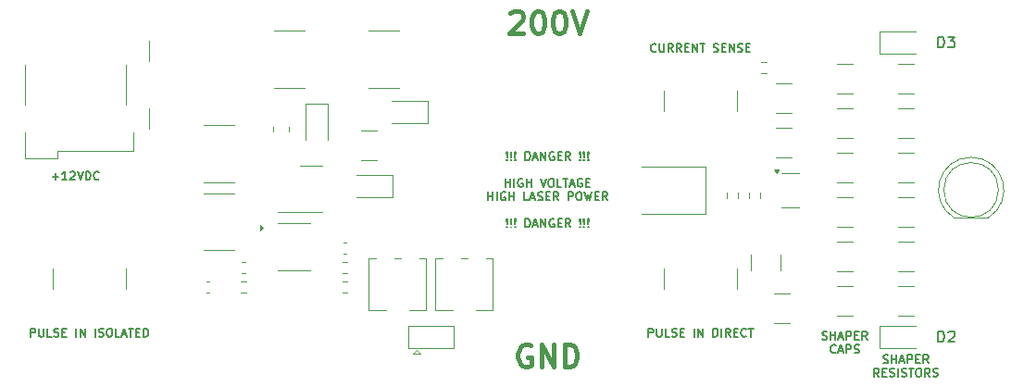
<source format=gbr>
%TF.GenerationSoftware,KiCad,Pcbnew,9.0.4*%
%TF.CreationDate,2025-09-18T09:53:14-07:00*%
%TF.ProjectId,bigpulse,62696770-756c-4736-952e-6b696361645f,rev?*%
%TF.SameCoordinates,Original*%
%TF.FileFunction,Legend,Top*%
%TF.FilePolarity,Positive*%
%FSLAX46Y46*%
G04 Gerber Fmt 4.6, Leading zero omitted, Abs format (unit mm)*
G04 Created by KiCad (PCBNEW 9.0.4) date 2025-09-18 09:53:14*
%MOMM*%
%LPD*%
G01*
G04 APERTURE LIST*
%ADD10C,0.190500*%
%ADD11C,0.406400*%
%ADD12C,0.150000*%
%ADD13C,0.120000*%
G04 APERTURE END LIST*
D10*
X143219714Y-115023609D02*
X143219714Y-114261609D01*
X143219714Y-114261609D02*
X143510000Y-114261609D01*
X143510000Y-114261609D02*
X143582571Y-114297895D01*
X143582571Y-114297895D02*
X143618857Y-114334181D01*
X143618857Y-114334181D02*
X143655143Y-114406752D01*
X143655143Y-114406752D02*
X143655143Y-114515609D01*
X143655143Y-114515609D02*
X143618857Y-114588181D01*
X143618857Y-114588181D02*
X143582571Y-114624466D01*
X143582571Y-114624466D02*
X143510000Y-114660752D01*
X143510000Y-114660752D02*
X143219714Y-114660752D01*
X143981714Y-114261609D02*
X143981714Y-114878466D01*
X143981714Y-114878466D02*
X144018000Y-114951038D01*
X144018000Y-114951038D02*
X144054286Y-114987324D01*
X144054286Y-114987324D02*
X144126857Y-115023609D01*
X144126857Y-115023609D02*
X144272000Y-115023609D01*
X144272000Y-115023609D02*
X144344571Y-114987324D01*
X144344571Y-114987324D02*
X144380857Y-114951038D01*
X144380857Y-114951038D02*
X144417143Y-114878466D01*
X144417143Y-114878466D02*
X144417143Y-114261609D01*
X145142857Y-115023609D02*
X144780000Y-115023609D01*
X144780000Y-115023609D02*
X144780000Y-114261609D01*
X145360571Y-114987324D02*
X145469429Y-115023609D01*
X145469429Y-115023609D02*
X145650857Y-115023609D01*
X145650857Y-115023609D02*
X145723429Y-114987324D01*
X145723429Y-114987324D02*
X145759714Y-114951038D01*
X145759714Y-114951038D02*
X145796000Y-114878466D01*
X145796000Y-114878466D02*
X145796000Y-114805895D01*
X145796000Y-114805895D02*
X145759714Y-114733324D01*
X145759714Y-114733324D02*
X145723429Y-114697038D01*
X145723429Y-114697038D02*
X145650857Y-114660752D01*
X145650857Y-114660752D02*
X145505714Y-114624466D01*
X145505714Y-114624466D02*
X145433143Y-114588181D01*
X145433143Y-114588181D02*
X145396857Y-114551895D01*
X145396857Y-114551895D02*
X145360571Y-114479324D01*
X145360571Y-114479324D02*
X145360571Y-114406752D01*
X145360571Y-114406752D02*
X145396857Y-114334181D01*
X145396857Y-114334181D02*
X145433143Y-114297895D01*
X145433143Y-114297895D02*
X145505714Y-114261609D01*
X145505714Y-114261609D02*
X145687143Y-114261609D01*
X145687143Y-114261609D02*
X145796000Y-114297895D01*
X146122571Y-114624466D02*
X146376571Y-114624466D01*
X146485428Y-115023609D02*
X146122571Y-115023609D01*
X146122571Y-115023609D02*
X146122571Y-114261609D01*
X146122571Y-114261609D02*
X146485428Y-114261609D01*
X147392571Y-115023609D02*
X147392571Y-114261609D01*
X147755428Y-115023609D02*
X147755428Y-114261609D01*
X147755428Y-114261609D02*
X148190857Y-115023609D01*
X148190857Y-115023609D02*
X148190857Y-114261609D01*
X149134285Y-115023609D02*
X149134285Y-114261609D01*
X149460856Y-114987324D02*
X149569714Y-115023609D01*
X149569714Y-115023609D02*
X149751142Y-115023609D01*
X149751142Y-115023609D02*
X149823714Y-114987324D01*
X149823714Y-114987324D02*
X149859999Y-114951038D01*
X149859999Y-114951038D02*
X149896285Y-114878466D01*
X149896285Y-114878466D02*
X149896285Y-114805895D01*
X149896285Y-114805895D02*
X149859999Y-114733324D01*
X149859999Y-114733324D02*
X149823714Y-114697038D01*
X149823714Y-114697038D02*
X149751142Y-114660752D01*
X149751142Y-114660752D02*
X149605999Y-114624466D01*
X149605999Y-114624466D02*
X149533428Y-114588181D01*
X149533428Y-114588181D02*
X149497142Y-114551895D01*
X149497142Y-114551895D02*
X149460856Y-114479324D01*
X149460856Y-114479324D02*
X149460856Y-114406752D01*
X149460856Y-114406752D02*
X149497142Y-114334181D01*
X149497142Y-114334181D02*
X149533428Y-114297895D01*
X149533428Y-114297895D02*
X149605999Y-114261609D01*
X149605999Y-114261609D02*
X149787428Y-114261609D01*
X149787428Y-114261609D02*
X149896285Y-114297895D01*
X150367999Y-114261609D02*
X150513142Y-114261609D01*
X150513142Y-114261609D02*
X150585713Y-114297895D01*
X150585713Y-114297895D02*
X150658285Y-114370466D01*
X150658285Y-114370466D02*
X150694570Y-114515609D01*
X150694570Y-114515609D02*
X150694570Y-114769609D01*
X150694570Y-114769609D02*
X150658285Y-114914752D01*
X150658285Y-114914752D02*
X150585713Y-114987324D01*
X150585713Y-114987324D02*
X150513142Y-115023609D01*
X150513142Y-115023609D02*
X150367999Y-115023609D01*
X150367999Y-115023609D02*
X150295428Y-114987324D01*
X150295428Y-114987324D02*
X150222856Y-114914752D01*
X150222856Y-114914752D02*
X150186570Y-114769609D01*
X150186570Y-114769609D02*
X150186570Y-114515609D01*
X150186570Y-114515609D02*
X150222856Y-114370466D01*
X150222856Y-114370466D02*
X150295428Y-114297895D01*
X150295428Y-114297895D02*
X150367999Y-114261609D01*
X151383999Y-115023609D02*
X151021142Y-115023609D01*
X151021142Y-115023609D02*
X151021142Y-114261609D01*
X151601713Y-114805895D02*
X151964571Y-114805895D01*
X151529142Y-115023609D02*
X151783142Y-114261609D01*
X151783142Y-114261609D02*
X152037142Y-115023609D01*
X152182285Y-114261609D02*
X152617714Y-114261609D01*
X152399999Y-115023609D02*
X152399999Y-114261609D01*
X152871713Y-114624466D02*
X153125713Y-114624466D01*
X153234570Y-115023609D02*
X152871713Y-115023609D01*
X152871713Y-115023609D02*
X152871713Y-114261609D01*
X152871713Y-114261609D02*
X153234570Y-114261609D01*
X153561142Y-115023609D02*
X153561142Y-114261609D01*
X153561142Y-114261609D02*
X153742571Y-114261609D01*
X153742571Y-114261609D02*
X153851428Y-114297895D01*
X153851428Y-114297895D02*
X153923999Y-114370466D01*
X153923999Y-114370466D02*
X153960285Y-114443038D01*
X153960285Y-114443038D02*
X153996571Y-114588181D01*
X153996571Y-114588181D02*
X153996571Y-114697038D01*
X153996571Y-114697038D02*
X153960285Y-114842181D01*
X153960285Y-114842181D02*
X153923999Y-114914752D01*
X153923999Y-114914752D02*
X153851428Y-114987324D01*
X153851428Y-114987324D02*
X153742571Y-115023609D01*
X153742571Y-115023609D02*
X153561142Y-115023609D01*
X186798857Y-98803096D02*
X186835143Y-98839382D01*
X186835143Y-98839382D02*
X186798857Y-98875667D01*
X186798857Y-98875667D02*
X186762571Y-98839382D01*
X186762571Y-98839382D02*
X186798857Y-98803096D01*
X186798857Y-98803096D02*
X186798857Y-98875667D01*
X186798857Y-98585382D02*
X186762571Y-98149953D01*
X186762571Y-98149953D02*
X186798857Y-98113667D01*
X186798857Y-98113667D02*
X186835143Y-98149953D01*
X186835143Y-98149953D02*
X186798857Y-98585382D01*
X186798857Y-98585382D02*
X186798857Y-98113667D01*
X187161714Y-98803096D02*
X187198000Y-98839382D01*
X187198000Y-98839382D02*
X187161714Y-98875667D01*
X187161714Y-98875667D02*
X187125428Y-98839382D01*
X187125428Y-98839382D02*
X187161714Y-98803096D01*
X187161714Y-98803096D02*
X187161714Y-98875667D01*
X187161714Y-98585382D02*
X187125428Y-98149953D01*
X187125428Y-98149953D02*
X187161714Y-98113667D01*
X187161714Y-98113667D02*
X187198000Y-98149953D01*
X187198000Y-98149953D02*
X187161714Y-98585382D01*
X187161714Y-98585382D02*
X187161714Y-98113667D01*
X187524571Y-98803096D02*
X187560857Y-98839382D01*
X187560857Y-98839382D02*
X187524571Y-98875667D01*
X187524571Y-98875667D02*
X187488285Y-98839382D01*
X187488285Y-98839382D02*
X187524571Y-98803096D01*
X187524571Y-98803096D02*
X187524571Y-98875667D01*
X187524571Y-98585382D02*
X187488285Y-98149953D01*
X187488285Y-98149953D02*
X187524571Y-98113667D01*
X187524571Y-98113667D02*
X187560857Y-98149953D01*
X187560857Y-98149953D02*
X187524571Y-98585382D01*
X187524571Y-98585382D02*
X187524571Y-98113667D01*
X188467999Y-98875667D02*
X188467999Y-98113667D01*
X188467999Y-98113667D02*
X188649428Y-98113667D01*
X188649428Y-98113667D02*
X188758285Y-98149953D01*
X188758285Y-98149953D02*
X188830856Y-98222524D01*
X188830856Y-98222524D02*
X188867142Y-98295096D01*
X188867142Y-98295096D02*
X188903428Y-98440239D01*
X188903428Y-98440239D02*
X188903428Y-98549096D01*
X188903428Y-98549096D02*
X188867142Y-98694239D01*
X188867142Y-98694239D02*
X188830856Y-98766810D01*
X188830856Y-98766810D02*
X188758285Y-98839382D01*
X188758285Y-98839382D02*
X188649428Y-98875667D01*
X188649428Y-98875667D02*
X188467999Y-98875667D01*
X189193713Y-98657953D02*
X189556571Y-98657953D01*
X189121142Y-98875667D02*
X189375142Y-98113667D01*
X189375142Y-98113667D02*
X189629142Y-98875667D01*
X189883142Y-98875667D02*
X189883142Y-98113667D01*
X189883142Y-98113667D02*
X190318571Y-98875667D01*
X190318571Y-98875667D02*
X190318571Y-98113667D01*
X191080571Y-98149953D02*
X191008000Y-98113667D01*
X191008000Y-98113667D02*
X190899142Y-98113667D01*
X190899142Y-98113667D02*
X190790285Y-98149953D01*
X190790285Y-98149953D02*
X190717714Y-98222524D01*
X190717714Y-98222524D02*
X190681428Y-98295096D01*
X190681428Y-98295096D02*
X190645142Y-98440239D01*
X190645142Y-98440239D02*
X190645142Y-98549096D01*
X190645142Y-98549096D02*
X190681428Y-98694239D01*
X190681428Y-98694239D02*
X190717714Y-98766810D01*
X190717714Y-98766810D02*
X190790285Y-98839382D01*
X190790285Y-98839382D02*
X190899142Y-98875667D01*
X190899142Y-98875667D02*
X190971714Y-98875667D01*
X190971714Y-98875667D02*
X191080571Y-98839382D01*
X191080571Y-98839382D02*
X191116857Y-98803096D01*
X191116857Y-98803096D02*
X191116857Y-98549096D01*
X191116857Y-98549096D02*
X190971714Y-98549096D01*
X191443428Y-98476524D02*
X191697428Y-98476524D01*
X191806285Y-98875667D02*
X191443428Y-98875667D01*
X191443428Y-98875667D02*
X191443428Y-98113667D01*
X191443428Y-98113667D02*
X191806285Y-98113667D01*
X192568286Y-98875667D02*
X192314286Y-98512810D01*
X192132857Y-98875667D02*
X192132857Y-98113667D01*
X192132857Y-98113667D02*
X192423143Y-98113667D01*
X192423143Y-98113667D02*
X192495714Y-98149953D01*
X192495714Y-98149953D02*
X192532000Y-98186239D01*
X192532000Y-98186239D02*
X192568286Y-98258810D01*
X192568286Y-98258810D02*
X192568286Y-98367667D01*
X192568286Y-98367667D02*
X192532000Y-98440239D01*
X192532000Y-98440239D02*
X192495714Y-98476524D01*
X192495714Y-98476524D02*
X192423143Y-98512810D01*
X192423143Y-98512810D02*
X192132857Y-98512810D01*
X193475428Y-98803096D02*
X193511714Y-98839382D01*
X193511714Y-98839382D02*
X193475428Y-98875667D01*
X193475428Y-98875667D02*
X193439142Y-98839382D01*
X193439142Y-98839382D02*
X193475428Y-98803096D01*
X193475428Y-98803096D02*
X193475428Y-98875667D01*
X193475428Y-98585382D02*
X193439142Y-98149953D01*
X193439142Y-98149953D02*
X193475428Y-98113667D01*
X193475428Y-98113667D02*
X193511714Y-98149953D01*
X193511714Y-98149953D02*
X193475428Y-98585382D01*
X193475428Y-98585382D02*
X193475428Y-98113667D01*
X193838285Y-98803096D02*
X193874571Y-98839382D01*
X193874571Y-98839382D02*
X193838285Y-98875667D01*
X193838285Y-98875667D02*
X193801999Y-98839382D01*
X193801999Y-98839382D02*
X193838285Y-98803096D01*
X193838285Y-98803096D02*
X193838285Y-98875667D01*
X193838285Y-98585382D02*
X193801999Y-98149953D01*
X193801999Y-98149953D02*
X193838285Y-98113667D01*
X193838285Y-98113667D02*
X193874571Y-98149953D01*
X193874571Y-98149953D02*
X193838285Y-98585382D01*
X193838285Y-98585382D02*
X193838285Y-98113667D01*
X194201142Y-98803096D02*
X194237428Y-98839382D01*
X194237428Y-98839382D02*
X194201142Y-98875667D01*
X194201142Y-98875667D02*
X194164856Y-98839382D01*
X194164856Y-98839382D02*
X194201142Y-98803096D01*
X194201142Y-98803096D02*
X194201142Y-98875667D01*
X194201142Y-98585382D02*
X194164856Y-98149953D01*
X194164856Y-98149953D02*
X194201142Y-98113667D01*
X194201142Y-98113667D02*
X194237428Y-98149953D01*
X194237428Y-98149953D02*
X194201142Y-98585382D01*
X194201142Y-98585382D02*
X194201142Y-98113667D01*
X186653714Y-101329221D02*
X186653714Y-100567221D01*
X186653714Y-100930078D02*
X187089143Y-100930078D01*
X187089143Y-101329221D02*
X187089143Y-100567221D01*
X187452000Y-101329221D02*
X187452000Y-100567221D01*
X188214000Y-100603507D02*
X188141429Y-100567221D01*
X188141429Y-100567221D02*
X188032571Y-100567221D01*
X188032571Y-100567221D02*
X187923714Y-100603507D01*
X187923714Y-100603507D02*
X187851143Y-100676078D01*
X187851143Y-100676078D02*
X187814857Y-100748650D01*
X187814857Y-100748650D02*
X187778571Y-100893793D01*
X187778571Y-100893793D02*
X187778571Y-101002650D01*
X187778571Y-101002650D02*
X187814857Y-101147793D01*
X187814857Y-101147793D02*
X187851143Y-101220364D01*
X187851143Y-101220364D02*
X187923714Y-101292936D01*
X187923714Y-101292936D02*
X188032571Y-101329221D01*
X188032571Y-101329221D02*
X188105143Y-101329221D01*
X188105143Y-101329221D02*
X188214000Y-101292936D01*
X188214000Y-101292936D02*
X188250286Y-101256650D01*
X188250286Y-101256650D02*
X188250286Y-101002650D01*
X188250286Y-101002650D02*
X188105143Y-101002650D01*
X188576857Y-101329221D02*
X188576857Y-100567221D01*
X188576857Y-100930078D02*
X189012286Y-100930078D01*
X189012286Y-101329221D02*
X189012286Y-100567221D01*
X189846857Y-100567221D02*
X190100857Y-101329221D01*
X190100857Y-101329221D02*
X190354857Y-100567221D01*
X190754000Y-100567221D02*
X190899143Y-100567221D01*
X190899143Y-100567221D02*
X190971714Y-100603507D01*
X190971714Y-100603507D02*
X191044286Y-100676078D01*
X191044286Y-100676078D02*
X191080571Y-100821221D01*
X191080571Y-100821221D02*
X191080571Y-101075221D01*
X191080571Y-101075221D02*
X191044286Y-101220364D01*
X191044286Y-101220364D02*
X190971714Y-101292936D01*
X190971714Y-101292936D02*
X190899143Y-101329221D01*
X190899143Y-101329221D02*
X190754000Y-101329221D01*
X190754000Y-101329221D02*
X190681429Y-101292936D01*
X190681429Y-101292936D02*
X190608857Y-101220364D01*
X190608857Y-101220364D02*
X190572571Y-101075221D01*
X190572571Y-101075221D02*
X190572571Y-100821221D01*
X190572571Y-100821221D02*
X190608857Y-100676078D01*
X190608857Y-100676078D02*
X190681429Y-100603507D01*
X190681429Y-100603507D02*
X190754000Y-100567221D01*
X191770000Y-101329221D02*
X191407143Y-101329221D01*
X191407143Y-101329221D02*
X191407143Y-100567221D01*
X191915143Y-100567221D02*
X192350572Y-100567221D01*
X192132857Y-101329221D02*
X192132857Y-100567221D01*
X192568285Y-101111507D02*
X192931143Y-101111507D01*
X192495714Y-101329221D02*
X192749714Y-100567221D01*
X192749714Y-100567221D02*
X193003714Y-101329221D01*
X193656857Y-100603507D02*
X193584286Y-100567221D01*
X193584286Y-100567221D02*
X193475428Y-100567221D01*
X193475428Y-100567221D02*
X193366571Y-100603507D01*
X193366571Y-100603507D02*
X193294000Y-100676078D01*
X193294000Y-100676078D02*
X193257714Y-100748650D01*
X193257714Y-100748650D02*
X193221428Y-100893793D01*
X193221428Y-100893793D02*
X193221428Y-101002650D01*
X193221428Y-101002650D02*
X193257714Y-101147793D01*
X193257714Y-101147793D02*
X193294000Y-101220364D01*
X193294000Y-101220364D02*
X193366571Y-101292936D01*
X193366571Y-101292936D02*
X193475428Y-101329221D01*
X193475428Y-101329221D02*
X193548000Y-101329221D01*
X193548000Y-101329221D02*
X193656857Y-101292936D01*
X193656857Y-101292936D02*
X193693143Y-101256650D01*
X193693143Y-101256650D02*
X193693143Y-101002650D01*
X193693143Y-101002650D02*
X193548000Y-101002650D01*
X194019714Y-100930078D02*
X194273714Y-100930078D01*
X194382571Y-101329221D02*
X194019714Y-101329221D01*
X194019714Y-101329221D02*
X194019714Y-100567221D01*
X194019714Y-100567221D02*
X194382571Y-100567221D01*
X185075285Y-102555998D02*
X185075285Y-101793998D01*
X185075285Y-102156855D02*
X185510714Y-102156855D01*
X185510714Y-102555998D02*
X185510714Y-101793998D01*
X185873571Y-102555998D02*
X185873571Y-101793998D01*
X186635571Y-101830284D02*
X186563000Y-101793998D01*
X186563000Y-101793998D02*
X186454142Y-101793998D01*
X186454142Y-101793998D02*
X186345285Y-101830284D01*
X186345285Y-101830284D02*
X186272714Y-101902855D01*
X186272714Y-101902855D02*
X186236428Y-101975427D01*
X186236428Y-101975427D02*
X186200142Y-102120570D01*
X186200142Y-102120570D02*
X186200142Y-102229427D01*
X186200142Y-102229427D02*
X186236428Y-102374570D01*
X186236428Y-102374570D02*
X186272714Y-102447141D01*
X186272714Y-102447141D02*
X186345285Y-102519713D01*
X186345285Y-102519713D02*
X186454142Y-102555998D01*
X186454142Y-102555998D02*
X186526714Y-102555998D01*
X186526714Y-102555998D02*
X186635571Y-102519713D01*
X186635571Y-102519713D02*
X186671857Y-102483427D01*
X186671857Y-102483427D02*
X186671857Y-102229427D01*
X186671857Y-102229427D02*
X186526714Y-102229427D01*
X186998428Y-102555998D02*
X186998428Y-101793998D01*
X186998428Y-102156855D02*
X187433857Y-102156855D01*
X187433857Y-102555998D02*
X187433857Y-101793998D01*
X188740142Y-102555998D02*
X188377285Y-102555998D01*
X188377285Y-102555998D02*
X188377285Y-101793998D01*
X188957856Y-102338284D02*
X189320714Y-102338284D01*
X188885285Y-102555998D02*
X189139285Y-101793998D01*
X189139285Y-101793998D02*
X189393285Y-102555998D01*
X189610999Y-102519713D02*
X189719857Y-102555998D01*
X189719857Y-102555998D02*
X189901285Y-102555998D01*
X189901285Y-102555998D02*
X189973857Y-102519713D01*
X189973857Y-102519713D02*
X190010142Y-102483427D01*
X190010142Y-102483427D02*
X190046428Y-102410855D01*
X190046428Y-102410855D02*
X190046428Y-102338284D01*
X190046428Y-102338284D02*
X190010142Y-102265713D01*
X190010142Y-102265713D02*
X189973857Y-102229427D01*
X189973857Y-102229427D02*
X189901285Y-102193141D01*
X189901285Y-102193141D02*
X189756142Y-102156855D01*
X189756142Y-102156855D02*
X189683571Y-102120570D01*
X189683571Y-102120570D02*
X189647285Y-102084284D01*
X189647285Y-102084284D02*
X189610999Y-102011713D01*
X189610999Y-102011713D02*
X189610999Y-101939141D01*
X189610999Y-101939141D02*
X189647285Y-101866570D01*
X189647285Y-101866570D02*
X189683571Y-101830284D01*
X189683571Y-101830284D02*
X189756142Y-101793998D01*
X189756142Y-101793998D02*
X189937571Y-101793998D01*
X189937571Y-101793998D02*
X190046428Y-101830284D01*
X190372999Y-102156855D02*
X190626999Y-102156855D01*
X190735856Y-102555998D02*
X190372999Y-102555998D01*
X190372999Y-102555998D02*
X190372999Y-101793998D01*
X190372999Y-101793998D02*
X190735856Y-101793998D01*
X191497857Y-102555998D02*
X191243857Y-102193141D01*
X191062428Y-102555998D02*
X191062428Y-101793998D01*
X191062428Y-101793998D02*
X191352714Y-101793998D01*
X191352714Y-101793998D02*
X191425285Y-101830284D01*
X191425285Y-101830284D02*
X191461571Y-101866570D01*
X191461571Y-101866570D02*
X191497857Y-101939141D01*
X191497857Y-101939141D02*
X191497857Y-102047998D01*
X191497857Y-102047998D02*
X191461571Y-102120570D01*
X191461571Y-102120570D02*
X191425285Y-102156855D01*
X191425285Y-102156855D02*
X191352714Y-102193141D01*
X191352714Y-102193141D02*
X191062428Y-102193141D01*
X192404999Y-102555998D02*
X192404999Y-101793998D01*
X192404999Y-101793998D02*
X192695285Y-101793998D01*
X192695285Y-101793998D02*
X192767856Y-101830284D01*
X192767856Y-101830284D02*
X192804142Y-101866570D01*
X192804142Y-101866570D02*
X192840428Y-101939141D01*
X192840428Y-101939141D02*
X192840428Y-102047998D01*
X192840428Y-102047998D02*
X192804142Y-102120570D01*
X192804142Y-102120570D02*
X192767856Y-102156855D01*
X192767856Y-102156855D02*
X192695285Y-102193141D01*
X192695285Y-102193141D02*
X192404999Y-102193141D01*
X193312142Y-101793998D02*
X193457285Y-101793998D01*
X193457285Y-101793998D02*
X193529856Y-101830284D01*
X193529856Y-101830284D02*
X193602428Y-101902855D01*
X193602428Y-101902855D02*
X193638713Y-102047998D01*
X193638713Y-102047998D02*
X193638713Y-102301998D01*
X193638713Y-102301998D02*
X193602428Y-102447141D01*
X193602428Y-102447141D02*
X193529856Y-102519713D01*
X193529856Y-102519713D02*
X193457285Y-102555998D01*
X193457285Y-102555998D02*
X193312142Y-102555998D01*
X193312142Y-102555998D02*
X193239571Y-102519713D01*
X193239571Y-102519713D02*
X193166999Y-102447141D01*
X193166999Y-102447141D02*
X193130713Y-102301998D01*
X193130713Y-102301998D02*
X193130713Y-102047998D01*
X193130713Y-102047998D02*
X193166999Y-101902855D01*
X193166999Y-101902855D02*
X193239571Y-101830284D01*
X193239571Y-101830284D02*
X193312142Y-101793998D01*
X193892714Y-101793998D02*
X194074142Y-102555998D01*
X194074142Y-102555998D02*
X194219285Y-102011713D01*
X194219285Y-102011713D02*
X194364428Y-102555998D01*
X194364428Y-102555998D02*
X194545857Y-101793998D01*
X194836142Y-102156855D02*
X195090142Y-102156855D01*
X195198999Y-102555998D02*
X194836142Y-102555998D01*
X194836142Y-102555998D02*
X194836142Y-101793998D01*
X194836142Y-101793998D02*
X195198999Y-101793998D01*
X195961000Y-102555998D02*
X195707000Y-102193141D01*
X195525571Y-102555998D02*
X195525571Y-101793998D01*
X195525571Y-101793998D02*
X195815857Y-101793998D01*
X195815857Y-101793998D02*
X195888428Y-101830284D01*
X195888428Y-101830284D02*
X195924714Y-101866570D01*
X195924714Y-101866570D02*
X195961000Y-101939141D01*
X195961000Y-101939141D02*
X195961000Y-102047998D01*
X195961000Y-102047998D02*
X195924714Y-102120570D01*
X195924714Y-102120570D02*
X195888428Y-102156855D01*
X195888428Y-102156855D02*
X195815857Y-102193141D01*
X195815857Y-102193141D02*
X195525571Y-102193141D01*
X186798857Y-104936981D02*
X186835143Y-104973267D01*
X186835143Y-104973267D02*
X186798857Y-105009552D01*
X186798857Y-105009552D02*
X186762571Y-104973267D01*
X186762571Y-104973267D02*
X186798857Y-104936981D01*
X186798857Y-104936981D02*
X186798857Y-105009552D01*
X186798857Y-104719267D02*
X186762571Y-104283838D01*
X186762571Y-104283838D02*
X186798857Y-104247552D01*
X186798857Y-104247552D02*
X186835143Y-104283838D01*
X186835143Y-104283838D02*
X186798857Y-104719267D01*
X186798857Y-104719267D02*
X186798857Y-104247552D01*
X187161714Y-104936981D02*
X187198000Y-104973267D01*
X187198000Y-104973267D02*
X187161714Y-105009552D01*
X187161714Y-105009552D02*
X187125428Y-104973267D01*
X187125428Y-104973267D02*
X187161714Y-104936981D01*
X187161714Y-104936981D02*
X187161714Y-105009552D01*
X187161714Y-104719267D02*
X187125428Y-104283838D01*
X187125428Y-104283838D02*
X187161714Y-104247552D01*
X187161714Y-104247552D02*
X187198000Y-104283838D01*
X187198000Y-104283838D02*
X187161714Y-104719267D01*
X187161714Y-104719267D02*
X187161714Y-104247552D01*
X187524571Y-104936981D02*
X187560857Y-104973267D01*
X187560857Y-104973267D02*
X187524571Y-105009552D01*
X187524571Y-105009552D02*
X187488285Y-104973267D01*
X187488285Y-104973267D02*
X187524571Y-104936981D01*
X187524571Y-104936981D02*
X187524571Y-105009552D01*
X187524571Y-104719267D02*
X187488285Y-104283838D01*
X187488285Y-104283838D02*
X187524571Y-104247552D01*
X187524571Y-104247552D02*
X187560857Y-104283838D01*
X187560857Y-104283838D02*
X187524571Y-104719267D01*
X187524571Y-104719267D02*
X187524571Y-104247552D01*
X188467999Y-105009552D02*
X188467999Y-104247552D01*
X188467999Y-104247552D02*
X188649428Y-104247552D01*
X188649428Y-104247552D02*
X188758285Y-104283838D01*
X188758285Y-104283838D02*
X188830856Y-104356409D01*
X188830856Y-104356409D02*
X188867142Y-104428981D01*
X188867142Y-104428981D02*
X188903428Y-104574124D01*
X188903428Y-104574124D02*
X188903428Y-104682981D01*
X188903428Y-104682981D02*
X188867142Y-104828124D01*
X188867142Y-104828124D02*
X188830856Y-104900695D01*
X188830856Y-104900695D02*
X188758285Y-104973267D01*
X188758285Y-104973267D02*
X188649428Y-105009552D01*
X188649428Y-105009552D02*
X188467999Y-105009552D01*
X189193713Y-104791838D02*
X189556571Y-104791838D01*
X189121142Y-105009552D02*
X189375142Y-104247552D01*
X189375142Y-104247552D02*
X189629142Y-105009552D01*
X189883142Y-105009552D02*
X189883142Y-104247552D01*
X189883142Y-104247552D02*
X190318571Y-105009552D01*
X190318571Y-105009552D02*
X190318571Y-104247552D01*
X191080571Y-104283838D02*
X191008000Y-104247552D01*
X191008000Y-104247552D02*
X190899142Y-104247552D01*
X190899142Y-104247552D02*
X190790285Y-104283838D01*
X190790285Y-104283838D02*
X190717714Y-104356409D01*
X190717714Y-104356409D02*
X190681428Y-104428981D01*
X190681428Y-104428981D02*
X190645142Y-104574124D01*
X190645142Y-104574124D02*
X190645142Y-104682981D01*
X190645142Y-104682981D02*
X190681428Y-104828124D01*
X190681428Y-104828124D02*
X190717714Y-104900695D01*
X190717714Y-104900695D02*
X190790285Y-104973267D01*
X190790285Y-104973267D02*
X190899142Y-105009552D01*
X190899142Y-105009552D02*
X190971714Y-105009552D01*
X190971714Y-105009552D02*
X191080571Y-104973267D01*
X191080571Y-104973267D02*
X191116857Y-104936981D01*
X191116857Y-104936981D02*
X191116857Y-104682981D01*
X191116857Y-104682981D02*
X190971714Y-104682981D01*
X191443428Y-104610409D02*
X191697428Y-104610409D01*
X191806285Y-105009552D02*
X191443428Y-105009552D01*
X191443428Y-105009552D02*
X191443428Y-104247552D01*
X191443428Y-104247552D02*
X191806285Y-104247552D01*
X192568286Y-105009552D02*
X192314286Y-104646695D01*
X192132857Y-105009552D02*
X192132857Y-104247552D01*
X192132857Y-104247552D02*
X192423143Y-104247552D01*
X192423143Y-104247552D02*
X192495714Y-104283838D01*
X192495714Y-104283838D02*
X192532000Y-104320124D01*
X192532000Y-104320124D02*
X192568286Y-104392695D01*
X192568286Y-104392695D02*
X192568286Y-104501552D01*
X192568286Y-104501552D02*
X192532000Y-104574124D01*
X192532000Y-104574124D02*
X192495714Y-104610409D01*
X192495714Y-104610409D02*
X192423143Y-104646695D01*
X192423143Y-104646695D02*
X192132857Y-104646695D01*
X193475428Y-104936981D02*
X193511714Y-104973267D01*
X193511714Y-104973267D02*
X193475428Y-105009552D01*
X193475428Y-105009552D02*
X193439142Y-104973267D01*
X193439142Y-104973267D02*
X193475428Y-104936981D01*
X193475428Y-104936981D02*
X193475428Y-105009552D01*
X193475428Y-104719267D02*
X193439142Y-104283838D01*
X193439142Y-104283838D02*
X193475428Y-104247552D01*
X193475428Y-104247552D02*
X193511714Y-104283838D01*
X193511714Y-104283838D02*
X193475428Y-104719267D01*
X193475428Y-104719267D02*
X193475428Y-104247552D01*
X193838285Y-104936981D02*
X193874571Y-104973267D01*
X193874571Y-104973267D02*
X193838285Y-105009552D01*
X193838285Y-105009552D02*
X193801999Y-104973267D01*
X193801999Y-104973267D02*
X193838285Y-104936981D01*
X193838285Y-104936981D02*
X193838285Y-105009552D01*
X193838285Y-104719267D02*
X193801999Y-104283838D01*
X193801999Y-104283838D02*
X193838285Y-104247552D01*
X193838285Y-104247552D02*
X193874571Y-104283838D01*
X193874571Y-104283838D02*
X193838285Y-104719267D01*
X193838285Y-104719267D02*
X193838285Y-104247552D01*
X194201142Y-104936981D02*
X194237428Y-104973267D01*
X194237428Y-104973267D02*
X194201142Y-105009552D01*
X194201142Y-105009552D02*
X194164856Y-104973267D01*
X194164856Y-104973267D02*
X194201142Y-104936981D01*
X194201142Y-104936981D02*
X194201142Y-105009552D01*
X194201142Y-104719267D02*
X194164856Y-104283838D01*
X194164856Y-104283838D02*
X194201142Y-104247552D01*
X194201142Y-104247552D02*
X194237428Y-104283838D01*
X194237428Y-104283838D02*
X194201142Y-104719267D01*
X194201142Y-104719267D02*
X194201142Y-104247552D01*
X199734714Y-115023609D02*
X199734714Y-114261609D01*
X199734714Y-114261609D02*
X200025000Y-114261609D01*
X200025000Y-114261609D02*
X200097571Y-114297895D01*
X200097571Y-114297895D02*
X200133857Y-114334181D01*
X200133857Y-114334181D02*
X200170143Y-114406752D01*
X200170143Y-114406752D02*
X200170143Y-114515609D01*
X200170143Y-114515609D02*
X200133857Y-114588181D01*
X200133857Y-114588181D02*
X200097571Y-114624466D01*
X200097571Y-114624466D02*
X200025000Y-114660752D01*
X200025000Y-114660752D02*
X199734714Y-114660752D01*
X200496714Y-114261609D02*
X200496714Y-114878466D01*
X200496714Y-114878466D02*
X200533000Y-114951038D01*
X200533000Y-114951038D02*
X200569286Y-114987324D01*
X200569286Y-114987324D02*
X200641857Y-115023609D01*
X200641857Y-115023609D02*
X200787000Y-115023609D01*
X200787000Y-115023609D02*
X200859571Y-114987324D01*
X200859571Y-114987324D02*
X200895857Y-114951038D01*
X200895857Y-114951038D02*
X200932143Y-114878466D01*
X200932143Y-114878466D02*
X200932143Y-114261609D01*
X201657857Y-115023609D02*
X201295000Y-115023609D01*
X201295000Y-115023609D02*
X201295000Y-114261609D01*
X201875571Y-114987324D02*
X201984429Y-115023609D01*
X201984429Y-115023609D02*
X202165857Y-115023609D01*
X202165857Y-115023609D02*
X202238429Y-114987324D01*
X202238429Y-114987324D02*
X202274714Y-114951038D01*
X202274714Y-114951038D02*
X202311000Y-114878466D01*
X202311000Y-114878466D02*
X202311000Y-114805895D01*
X202311000Y-114805895D02*
X202274714Y-114733324D01*
X202274714Y-114733324D02*
X202238429Y-114697038D01*
X202238429Y-114697038D02*
X202165857Y-114660752D01*
X202165857Y-114660752D02*
X202020714Y-114624466D01*
X202020714Y-114624466D02*
X201948143Y-114588181D01*
X201948143Y-114588181D02*
X201911857Y-114551895D01*
X201911857Y-114551895D02*
X201875571Y-114479324D01*
X201875571Y-114479324D02*
X201875571Y-114406752D01*
X201875571Y-114406752D02*
X201911857Y-114334181D01*
X201911857Y-114334181D02*
X201948143Y-114297895D01*
X201948143Y-114297895D02*
X202020714Y-114261609D01*
X202020714Y-114261609D02*
X202202143Y-114261609D01*
X202202143Y-114261609D02*
X202311000Y-114297895D01*
X202637571Y-114624466D02*
X202891571Y-114624466D01*
X203000428Y-115023609D02*
X202637571Y-115023609D01*
X202637571Y-115023609D02*
X202637571Y-114261609D01*
X202637571Y-114261609D02*
X203000428Y-114261609D01*
X203907571Y-115023609D02*
X203907571Y-114261609D01*
X204270428Y-115023609D02*
X204270428Y-114261609D01*
X204270428Y-114261609D02*
X204705857Y-115023609D01*
X204705857Y-115023609D02*
X204705857Y-114261609D01*
X205649285Y-115023609D02*
X205649285Y-114261609D01*
X205649285Y-114261609D02*
X205830714Y-114261609D01*
X205830714Y-114261609D02*
X205939571Y-114297895D01*
X205939571Y-114297895D02*
X206012142Y-114370466D01*
X206012142Y-114370466D02*
X206048428Y-114443038D01*
X206048428Y-114443038D02*
X206084714Y-114588181D01*
X206084714Y-114588181D02*
X206084714Y-114697038D01*
X206084714Y-114697038D02*
X206048428Y-114842181D01*
X206048428Y-114842181D02*
X206012142Y-114914752D01*
X206012142Y-114914752D02*
X205939571Y-114987324D01*
X205939571Y-114987324D02*
X205830714Y-115023609D01*
X205830714Y-115023609D02*
X205649285Y-115023609D01*
X206411285Y-115023609D02*
X206411285Y-114261609D01*
X207209571Y-115023609D02*
X206955571Y-114660752D01*
X206774142Y-115023609D02*
X206774142Y-114261609D01*
X206774142Y-114261609D02*
X207064428Y-114261609D01*
X207064428Y-114261609D02*
X207136999Y-114297895D01*
X207136999Y-114297895D02*
X207173285Y-114334181D01*
X207173285Y-114334181D02*
X207209571Y-114406752D01*
X207209571Y-114406752D02*
X207209571Y-114515609D01*
X207209571Y-114515609D02*
X207173285Y-114588181D01*
X207173285Y-114588181D02*
X207136999Y-114624466D01*
X207136999Y-114624466D02*
X207064428Y-114660752D01*
X207064428Y-114660752D02*
X206774142Y-114660752D01*
X207536142Y-114624466D02*
X207790142Y-114624466D01*
X207898999Y-115023609D02*
X207536142Y-115023609D01*
X207536142Y-115023609D02*
X207536142Y-114261609D01*
X207536142Y-114261609D02*
X207898999Y-114261609D01*
X208661000Y-114951038D02*
X208624714Y-114987324D01*
X208624714Y-114987324D02*
X208515857Y-115023609D01*
X208515857Y-115023609D02*
X208443285Y-115023609D01*
X208443285Y-115023609D02*
X208334428Y-114987324D01*
X208334428Y-114987324D02*
X208261857Y-114914752D01*
X208261857Y-114914752D02*
X208225571Y-114842181D01*
X208225571Y-114842181D02*
X208189285Y-114697038D01*
X208189285Y-114697038D02*
X208189285Y-114588181D01*
X208189285Y-114588181D02*
X208225571Y-114443038D01*
X208225571Y-114443038D02*
X208261857Y-114370466D01*
X208261857Y-114370466D02*
X208334428Y-114297895D01*
X208334428Y-114297895D02*
X208443285Y-114261609D01*
X208443285Y-114261609D02*
X208515857Y-114261609D01*
X208515857Y-114261609D02*
X208624714Y-114297895D01*
X208624714Y-114297895D02*
X208661000Y-114334181D01*
X208878714Y-114261609D02*
X209314143Y-114261609D01*
X209096428Y-115023609D02*
X209096428Y-114261609D01*
X215627856Y-115262936D02*
X215736714Y-115299221D01*
X215736714Y-115299221D02*
X215918142Y-115299221D01*
X215918142Y-115299221D02*
X215990714Y-115262936D01*
X215990714Y-115262936D02*
X216026999Y-115226650D01*
X216026999Y-115226650D02*
X216063285Y-115154078D01*
X216063285Y-115154078D02*
X216063285Y-115081507D01*
X216063285Y-115081507D02*
X216026999Y-115008936D01*
X216026999Y-115008936D02*
X215990714Y-114972650D01*
X215990714Y-114972650D02*
X215918142Y-114936364D01*
X215918142Y-114936364D02*
X215772999Y-114900078D01*
X215772999Y-114900078D02*
X215700428Y-114863793D01*
X215700428Y-114863793D02*
X215664142Y-114827507D01*
X215664142Y-114827507D02*
X215627856Y-114754936D01*
X215627856Y-114754936D02*
X215627856Y-114682364D01*
X215627856Y-114682364D02*
X215664142Y-114609793D01*
X215664142Y-114609793D02*
X215700428Y-114573507D01*
X215700428Y-114573507D02*
X215772999Y-114537221D01*
X215772999Y-114537221D02*
X215954428Y-114537221D01*
X215954428Y-114537221D02*
X216063285Y-114573507D01*
X216389856Y-115299221D02*
X216389856Y-114537221D01*
X216389856Y-114900078D02*
X216825285Y-114900078D01*
X216825285Y-115299221D02*
X216825285Y-114537221D01*
X217151856Y-115081507D02*
X217514714Y-115081507D01*
X217079285Y-115299221D02*
X217333285Y-114537221D01*
X217333285Y-114537221D02*
X217587285Y-115299221D01*
X217841285Y-115299221D02*
X217841285Y-114537221D01*
X217841285Y-114537221D02*
X218131571Y-114537221D01*
X218131571Y-114537221D02*
X218204142Y-114573507D01*
X218204142Y-114573507D02*
X218240428Y-114609793D01*
X218240428Y-114609793D02*
X218276714Y-114682364D01*
X218276714Y-114682364D02*
X218276714Y-114791221D01*
X218276714Y-114791221D02*
X218240428Y-114863793D01*
X218240428Y-114863793D02*
X218204142Y-114900078D01*
X218204142Y-114900078D02*
X218131571Y-114936364D01*
X218131571Y-114936364D02*
X217841285Y-114936364D01*
X218603285Y-114900078D02*
X218857285Y-114900078D01*
X218966142Y-115299221D02*
X218603285Y-115299221D01*
X218603285Y-115299221D02*
X218603285Y-114537221D01*
X218603285Y-114537221D02*
X218966142Y-114537221D01*
X219728143Y-115299221D02*
X219474143Y-114936364D01*
X219292714Y-115299221D02*
X219292714Y-114537221D01*
X219292714Y-114537221D02*
X219583000Y-114537221D01*
X219583000Y-114537221D02*
X219655571Y-114573507D01*
X219655571Y-114573507D02*
X219691857Y-114609793D01*
X219691857Y-114609793D02*
X219728143Y-114682364D01*
X219728143Y-114682364D02*
X219728143Y-114791221D01*
X219728143Y-114791221D02*
X219691857Y-114863793D01*
X219691857Y-114863793D02*
X219655571Y-114900078D01*
X219655571Y-114900078D02*
X219583000Y-114936364D01*
X219583000Y-114936364D02*
X219292714Y-114936364D01*
X216843429Y-116453427D02*
X216807143Y-116489713D01*
X216807143Y-116489713D02*
X216698286Y-116525998D01*
X216698286Y-116525998D02*
X216625714Y-116525998D01*
X216625714Y-116525998D02*
X216516857Y-116489713D01*
X216516857Y-116489713D02*
X216444286Y-116417141D01*
X216444286Y-116417141D02*
X216408000Y-116344570D01*
X216408000Y-116344570D02*
X216371714Y-116199427D01*
X216371714Y-116199427D02*
X216371714Y-116090570D01*
X216371714Y-116090570D02*
X216408000Y-115945427D01*
X216408000Y-115945427D02*
X216444286Y-115872855D01*
X216444286Y-115872855D02*
X216516857Y-115800284D01*
X216516857Y-115800284D02*
X216625714Y-115763998D01*
X216625714Y-115763998D02*
X216698286Y-115763998D01*
X216698286Y-115763998D02*
X216807143Y-115800284D01*
X216807143Y-115800284D02*
X216843429Y-115836570D01*
X217133714Y-116308284D02*
X217496572Y-116308284D01*
X217061143Y-116525998D02*
X217315143Y-115763998D01*
X217315143Y-115763998D02*
X217569143Y-116525998D01*
X217823143Y-116525998D02*
X217823143Y-115763998D01*
X217823143Y-115763998D02*
X218113429Y-115763998D01*
X218113429Y-115763998D02*
X218186000Y-115800284D01*
X218186000Y-115800284D02*
X218222286Y-115836570D01*
X218222286Y-115836570D02*
X218258572Y-115909141D01*
X218258572Y-115909141D02*
X218258572Y-116017998D01*
X218258572Y-116017998D02*
X218222286Y-116090570D01*
X218222286Y-116090570D02*
X218186000Y-116126855D01*
X218186000Y-116126855D02*
X218113429Y-116163141D01*
X218113429Y-116163141D02*
X217823143Y-116163141D01*
X218548857Y-116489713D02*
X218657715Y-116525998D01*
X218657715Y-116525998D02*
X218839143Y-116525998D01*
X218839143Y-116525998D02*
X218911715Y-116489713D01*
X218911715Y-116489713D02*
X218948000Y-116453427D01*
X218948000Y-116453427D02*
X218984286Y-116380855D01*
X218984286Y-116380855D02*
X218984286Y-116308284D01*
X218984286Y-116308284D02*
X218948000Y-116235713D01*
X218948000Y-116235713D02*
X218911715Y-116199427D01*
X218911715Y-116199427D02*
X218839143Y-116163141D01*
X218839143Y-116163141D02*
X218694000Y-116126855D01*
X218694000Y-116126855D02*
X218621429Y-116090570D01*
X218621429Y-116090570D02*
X218585143Y-116054284D01*
X218585143Y-116054284D02*
X218548857Y-115981713D01*
X218548857Y-115981713D02*
X218548857Y-115909141D01*
X218548857Y-115909141D02*
X218585143Y-115836570D01*
X218585143Y-115836570D02*
X218621429Y-115800284D01*
X218621429Y-115800284D02*
X218694000Y-115763998D01*
X218694000Y-115763998D02*
X218875429Y-115763998D01*
X218875429Y-115763998D02*
X218984286Y-115800284D01*
D11*
X188951809Y-115823670D02*
X188758285Y-115726908D01*
X188758285Y-115726908D02*
X188467999Y-115726908D01*
X188467999Y-115726908D02*
X188177714Y-115823670D01*
X188177714Y-115823670D02*
X187984190Y-116017194D01*
X187984190Y-116017194D02*
X187887428Y-116210718D01*
X187887428Y-116210718D02*
X187790666Y-116597766D01*
X187790666Y-116597766D02*
X187790666Y-116888051D01*
X187790666Y-116888051D02*
X187887428Y-117275099D01*
X187887428Y-117275099D02*
X187984190Y-117468623D01*
X187984190Y-117468623D02*
X188177714Y-117662147D01*
X188177714Y-117662147D02*
X188467999Y-117758908D01*
X188467999Y-117758908D02*
X188661523Y-117758908D01*
X188661523Y-117758908D02*
X188951809Y-117662147D01*
X188951809Y-117662147D02*
X189048571Y-117565385D01*
X189048571Y-117565385D02*
X189048571Y-116888051D01*
X189048571Y-116888051D02*
X188661523Y-116888051D01*
X189919428Y-117758908D02*
X189919428Y-115726908D01*
X189919428Y-115726908D02*
X191080571Y-117758908D01*
X191080571Y-117758908D02*
X191080571Y-115726908D01*
X192048190Y-117758908D02*
X192048190Y-115726908D01*
X192048190Y-115726908D02*
X192532000Y-115726908D01*
X192532000Y-115726908D02*
X192822285Y-115823670D01*
X192822285Y-115823670D02*
X193015809Y-116017194D01*
X193015809Y-116017194D02*
X193112571Y-116210718D01*
X193112571Y-116210718D02*
X193209333Y-116597766D01*
X193209333Y-116597766D02*
X193209333Y-116888051D01*
X193209333Y-116888051D02*
X193112571Y-117275099D01*
X193112571Y-117275099D02*
X193015809Y-117468623D01*
X193015809Y-117468623D02*
X192822285Y-117662147D01*
X192822285Y-117662147D02*
X192532000Y-117758908D01*
X192532000Y-117758908D02*
X192048190Y-117758908D01*
X187113333Y-85440432D02*
X187210095Y-85343670D01*
X187210095Y-85343670D02*
X187403619Y-85246908D01*
X187403619Y-85246908D02*
X187887428Y-85246908D01*
X187887428Y-85246908D02*
X188080952Y-85343670D01*
X188080952Y-85343670D02*
X188177714Y-85440432D01*
X188177714Y-85440432D02*
X188274476Y-85633956D01*
X188274476Y-85633956D02*
X188274476Y-85827480D01*
X188274476Y-85827480D02*
X188177714Y-86117766D01*
X188177714Y-86117766D02*
X187016571Y-87278908D01*
X187016571Y-87278908D02*
X188274476Y-87278908D01*
X189532381Y-85246908D02*
X189725904Y-85246908D01*
X189725904Y-85246908D02*
X189919428Y-85343670D01*
X189919428Y-85343670D02*
X190016190Y-85440432D01*
X190016190Y-85440432D02*
X190112952Y-85633956D01*
X190112952Y-85633956D02*
X190209714Y-86021004D01*
X190209714Y-86021004D02*
X190209714Y-86504813D01*
X190209714Y-86504813D02*
X190112952Y-86891861D01*
X190112952Y-86891861D02*
X190016190Y-87085385D01*
X190016190Y-87085385D02*
X189919428Y-87182147D01*
X189919428Y-87182147D02*
X189725904Y-87278908D01*
X189725904Y-87278908D02*
X189532381Y-87278908D01*
X189532381Y-87278908D02*
X189338857Y-87182147D01*
X189338857Y-87182147D02*
X189242095Y-87085385D01*
X189242095Y-87085385D02*
X189145333Y-86891861D01*
X189145333Y-86891861D02*
X189048571Y-86504813D01*
X189048571Y-86504813D02*
X189048571Y-86021004D01*
X189048571Y-86021004D02*
X189145333Y-85633956D01*
X189145333Y-85633956D02*
X189242095Y-85440432D01*
X189242095Y-85440432D02*
X189338857Y-85343670D01*
X189338857Y-85343670D02*
X189532381Y-85246908D01*
X191467619Y-85246908D02*
X191661142Y-85246908D01*
X191661142Y-85246908D02*
X191854666Y-85343670D01*
X191854666Y-85343670D02*
X191951428Y-85440432D01*
X191951428Y-85440432D02*
X192048190Y-85633956D01*
X192048190Y-85633956D02*
X192144952Y-86021004D01*
X192144952Y-86021004D02*
X192144952Y-86504813D01*
X192144952Y-86504813D02*
X192048190Y-86891861D01*
X192048190Y-86891861D02*
X191951428Y-87085385D01*
X191951428Y-87085385D02*
X191854666Y-87182147D01*
X191854666Y-87182147D02*
X191661142Y-87278908D01*
X191661142Y-87278908D02*
X191467619Y-87278908D01*
X191467619Y-87278908D02*
X191274095Y-87182147D01*
X191274095Y-87182147D02*
X191177333Y-87085385D01*
X191177333Y-87085385D02*
X191080571Y-86891861D01*
X191080571Y-86891861D02*
X190983809Y-86504813D01*
X190983809Y-86504813D02*
X190983809Y-86021004D01*
X190983809Y-86021004D02*
X191080571Y-85633956D01*
X191080571Y-85633956D02*
X191177333Y-85440432D01*
X191177333Y-85440432D02*
X191274095Y-85343670D01*
X191274095Y-85343670D02*
X191467619Y-85246908D01*
X192725523Y-85246908D02*
X193402857Y-87278908D01*
X193402857Y-87278908D02*
X194080190Y-85246908D01*
D10*
X145215428Y-100382324D02*
X145796000Y-100382324D01*
X145505714Y-100672609D02*
X145505714Y-100092038D01*
X146558000Y-100672609D02*
X146122571Y-100672609D01*
X146340286Y-100672609D02*
X146340286Y-99910609D01*
X146340286Y-99910609D02*
X146267714Y-100019466D01*
X146267714Y-100019466D02*
X146195143Y-100092038D01*
X146195143Y-100092038D02*
X146122571Y-100128324D01*
X146848285Y-99983181D02*
X146884571Y-99946895D01*
X146884571Y-99946895D02*
X146957143Y-99910609D01*
X146957143Y-99910609D02*
X147138571Y-99910609D01*
X147138571Y-99910609D02*
X147211143Y-99946895D01*
X147211143Y-99946895D02*
X147247428Y-99983181D01*
X147247428Y-99983181D02*
X147283714Y-100055752D01*
X147283714Y-100055752D02*
X147283714Y-100128324D01*
X147283714Y-100128324D02*
X147247428Y-100237181D01*
X147247428Y-100237181D02*
X146812000Y-100672609D01*
X146812000Y-100672609D02*
X147283714Y-100672609D01*
X147501428Y-99910609D02*
X147755428Y-100672609D01*
X147755428Y-100672609D02*
X148009428Y-99910609D01*
X148263428Y-100672609D02*
X148263428Y-99910609D01*
X148263428Y-99910609D02*
X148444857Y-99910609D01*
X148444857Y-99910609D02*
X148553714Y-99946895D01*
X148553714Y-99946895D02*
X148626285Y-100019466D01*
X148626285Y-100019466D02*
X148662571Y-100092038D01*
X148662571Y-100092038D02*
X148698857Y-100237181D01*
X148698857Y-100237181D02*
X148698857Y-100346038D01*
X148698857Y-100346038D02*
X148662571Y-100491181D01*
X148662571Y-100491181D02*
X148626285Y-100563752D01*
X148626285Y-100563752D02*
X148553714Y-100636324D01*
X148553714Y-100636324D02*
X148444857Y-100672609D01*
X148444857Y-100672609D02*
X148263428Y-100672609D01*
X149460857Y-100600038D02*
X149424571Y-100636324D01*
X149424571Y-100636324D02*
X149315714Y-100672609D01*
X149315714Y-100672609D02*
X149243142Y-100672609D01*
X149243142Y-100672609D02*
X149134285Y-100636324D01*
X149134285Y-100636324D02*
X149061714Y-100563752D01*
X149061714Y-100563752D02*
X149025428Y-100491181D01*
X149025428Y-100491181D02*
X148989142Y-100346038D01*
X148989142Y-100346038D02*
X148989142Y-100237181D01*
X148989142Y-100237181D02*
X149025428Y-100092038D01*
X149025428Y-100092038D02*
X149061714Y-100019466D01*
X149061714Y-100019466D02*
X149134285Y-99946895D01*
X149134285Y-99946895D02*
X149243142Y-99910609D01*
X149243142Y-99910609D02*
X149315714Y-99910609D01*
X149315714Y-99910609D02*
X149424571Y-99946895D01*
X149424571Y-99946895D02*
X149460857Y-99983181D01*
X200406000Y-88916038D02*
X200369714Y-88952324D01*
X200369714Y-88952324D02*
X200260857Y-88988609D01*
X200260857Y-88988609D02*
X200188285Y-88988609D01*
X200188285Y-88988609D02*
X200079428Y-88952324D01*
X200079428Y-88952324D02*
X200006857Y-88879752D01*
X200006857Y-88879752D02*
X199970571Y-88807181D01*
X199970571Y-88807181D02*
X199934285Y-88662038D01*
X199934285Y-88662038D02*
X199934285Y-88553181D01*
X199934285Y-88553181D02*
X199970571Y-88408038D01*
X199970571Y-88408038D02*
X200006857Y-88335466D01*
X200006857Y-88335466D02*
X200079428Y-88262895D01*
X200079428Y-88262895D02*
X200188285Y-88226609D01*
X200188285Y-88226609D02*
X200260857Y-88226609D01*
X200260857Y-88226609D02*
X200369714Y-88262895D01*
X200369714Y-88262895D02*
X200406000Y-88299181D01*
X200732571Y-88226609D02*
X200732571Y-88843466D01*
X200732571Y-88843466D02*
X200768857Y-88916038D01*
X200768857Y-88916038D02*
X200805143Y-88952324D01*
X200805143Y-88952324D02*
X200877714Y-88988609D01*
X200877714Y-88988609D02*
X201022857Y-88988609D01*
X201022857Y-88988609D02*
X201095428Y-88952324D01*
X201095428Y-88952324D02*
X201131714Y-88916038D01*
X201131714Y-88916038D02*
X201168000Y-88843466D01*
X201168000Y-88843466D02*
X201168000Y-88226609D01*
X201966286Y-88988609D02*
X201712286Y-88625752D01*
X201530857Y-88988609D02*
X201530857Y-88226609D01*
X201530857Y-88226609D02*
X201821143Y-88226609D01*
X201821143Y-88226609D02*
X201893714Y-88262895D01*
X201893714Y-88262895D02*
X201930000Y-88299181D01*
X201930000Y-88299181D02*
X201966286Y-88371752D01*
X201966286Y-88371752D02*
X201966286Y-88480609D01*
X201966286Y-88480609D02*
X201930000Y-88553181D01*
X201930000Y-88553181D02*
X201893714Y-88589466D01*
X201893714Y-88589466D02*
X201821143Y-88625752D01*
X201821143Y-88625752D02*
X201530857Y-88625752D01*
X202728286Y-88988609D02*
X202474286Y-88625752D01*
X202292857Y-88988609D02*
X202292857Y-88226609D01*
X202292857Y-88226609D02*
X202583143Y-88226609D01*
X202583143Y-88226609D02*
X202655714Y-88262895D01*
X202655714Y-88262895D02*
X202692000Y-88299181D01*
X202692000Y-88299181D02*
X202728286Y-88371752D01*
X202728286Y-88371752D02*
X202728286Y-88480609D01*
X202728286Y-88480609D02*
X202692000Y-88553181D01*
X202692000Y-88553181D02*
X202655714Y-88589466D01*
X202655714Y-88589466D02*
X202583143Y-88625752D01*
X202583143Y-88625752D02*
X202292857Y-88625752D01*
X203054857Y-88589466D02*
X203308857Y-88589466D01*
X203417714Y-88988609D02*
X203054857Y-88988609D01*
X203054857Y-88988609D02*
X203054857Y-88226609D01*
X203054857Y-88226609D02*
X203417714Y-88226609D01*
X203744286Y-88988609D02*
X203744286Y-88226609D01*
X203744286Y-88226609D02*
X204179715Y-88988609D01*
X204179715Y-88988609D02*
X204179715Y-88226609D01*
X204433715Y-88226609D02*
X204869144Y-88226609D01*
X204651429Y-88988609D02*
X204651429Y-88226609D01*
X205667428Y-88952324D02*
X205776286Y-88988609D01*
X205776286Y-88988609D02*
X205957714Y-88988609D01*
X205957714Y-88988609D02*
X206030286Y-88952324D01*
X206030286Y-88952324D02*
X206066571Y-88916038D01*
X206066571Y-88916038D02*
X206102857Y-88843466D01*
X206102857Y-88843466D02*
X206102857Y-88770895D01*
X206102857Y-88770895D02*
X206066571Y-88698324D01*
X206066571Y-88698324D02*
X206030286Y-88662038D01*
X206030286Y-88662038D02*
X205957714Y-88625752D01*
X205957714Y-88625752D02*
X205812571Y-88589466D01*
X205812571Y-88589466D02*
X205740000Y-88553181D01*
X205740000Y-88553181D02*
X205703714Y-88516895D01*
X205703714Y-88516895D02*
X205667428Y-88444324D01*
X205667428Y-88444324D02*
X205667428Y-88371752D01*
X205667428Y-88371752D02*
X205703714Y-88299181D01*
X205703714Y-88299181D02*
X205740000Y-88262895D01*
X205740000Y-88262895D02*
X205812571Y-88226609D01*
X205812571Y-88226609D02*
X205994000Y-88226609D01*
X205994000Y-88226609D02*
X206102857Y-88262895D01*
X206429428Y-88589466D02*
X206683428Y-88589466D01*
X206792285Y-88988609D02*
X206429428Y-88988609D01*
X206429428Y-88988609D02*
X206429428Y-88226609D01*
X206429428Y-88226609D02*
X206792285Y-88226609D01*
X207118857Y-88988609D02*
X207118857Y-88226609D01*
X207118857Y-88226609D02*
X207554286Y-88988609D01*
X207554286Y-88988609D02*
X207554286Y-88226609D01*
X207880857Y-88952324D02*
X207989715Y-88988609D01*
X207989715Y-88988609D02*
X208171143Y-88988609D01*
X208171143Y-88988609D02*
X208243715Y-88952324D01*
X208243715Y-88952324D02*
X208280000Y-88916038D01*
X208280000Y-88916038D02*
X208316286Y-88843466D01*
X208316286Y-88843466D02*
X208316286Y-88770895D01*
X208316286Y-88770895D02*
X208280000Y-88698324D01*
X208280000Y-88698324D02*
X208243715Y-88662038D01*
X208243715Y-88662038D02*
X208171143Y-88625752D01*
X208171143Y-88625752D02*
X208026000Y-88589466D01*
X208026000Y-88589466D02*
X207953429Y-88553181D01*
X207953429Y-88553181D02*
X207917143Y-88516895D01*
X207917143Y-88516895D02*
X207880857Y-88444324D01*
X207880857Y-88444324D02*
X207880857Y-88371752D01*
X207880857Y-88371752D02*
X207917143Y-88299181D01*
X207917143Y-88299181D02*
X207953429Y-88262895D01*
X207953429Y-88262895D02*
X208026000Y-88226609D01*
X208026000Y-88226609D02*
X208207429Y-88226609D01*
X208207429Y-88226609D02*
X208316286Y-88262895D01*
X208642857Y-88589466D02*
X208896857Y-88589466D01*
X209005714Y-88988609D02*
X208642857Y-88988609D01*
X208642857Y-88988609D02*
X208642857Y-88226609D01*
X208642857Y-88226609D02*
X209005714Y-88226609D01*
X221215856Y-117421936D02*
X221324714Y-117458221D01*
X221324714Y-117458221D02*
X221506142Y-117458221D01*
X221506142Y-117458221D02*
X221578714Y-117421936D01*
X221578714Y-117421936D02*
X221614999Y-117385650D01*
X221614999Y-117385650D02*
X221651285Y-117313078D01*
X221651285Y-117313078D02*
X221651285Y-117240507D01*
X221651285Y-117240507D02*
X221614999Y-117167936D01*
X221614999Y-117167936D02*
X221578714Y-117131650D01*
X221578714Y-117131650D02*
X221506142Y-117095364D01*
X221506142Y-117095364D02*
X221360999Y-117059078D01*
X221360999Y-117059078D02*
X221288428Y-117022793D01*
X221288428Y-117022793D02*
X221252142Y-116986507D01*
X221252142Y-116986507D02*
X221215856Y-116913936D01*
X221215856Y-116913936D02*
X221215856Y-116841364D01*
X221215856Y-116841364D02*
X221252142Y-116768793D01*
X221252142Y-116768793D02*
X221288428Y-116732507D01*
X221288428Y-116732507D02*
X221360999Y-116696221D01*
X221360999Y-116696221D02*
X221542428Y-116696221D01*
X221542428Y-116696221D02*
X221651285Y-116732507D01*
X221977856Y-117458221D02*
X221977856Y-116696221D01*
X221977856Y-117059078D02*
X222413285Y-117059078D01*
X222413285Y-117458221D02*
X222413285Y-116696221D01*
X222739856Y-117240507D02*
X223102714Y-117240507D01*
X222667285Y-117458221D02*
X222921285Y-116696221D01*
X222921285Y-116696221D02*
X223175285Y-117458221D01*
X223429285Y-117458221D02*
X223429285Y-116696221D01*
X223429285Y-116696221D02*
X223719571Y-116696221D01*
X223719571Y-116696221D02*
X223792142Y-116732507D01*
X223792142Y-116732507D02*
X223828428Y-116768793D01*
X223828428Y-116768793D02*
X223864714Y-116841364D01*
X223864714Y-116841364D02*
X223864714Y-116950221D01*
X223864714Y-116950221D02*
X223828428Y-117022793D01*
X223828428Y-117022793D02*
X223792142Y-117059078D01*
X223792142Y-117059078D02*
X223719571Y-117095364D01*
X223719571Y-117095364D02*
X223429285Y-117095364D01*
X224191285Y-117059078D02*
X224445285Y-117059078D01*
X224554142Y-117458221D02*
X224191285Y-117458221D01*
X224191285Y-117458221D02*
X224191285Y-116696221D01*
X224191285Y-116696221D02*
X224554142Y-116696221D01*
X225316143Y-117458221D02*
X225062143Y-117095364D01*
X224880714Y-117458221D02*
X224880714Y-116696221D01*
X224880714Y-116696221D02*
X225171000Y-116696221D01*
X225171000Y-116696221D02*
X225243571Y-116732507D01*
X225243571Y-116732507D02*
X225279857Y-116768793D01*
X225279857Y-116768793D02*
X225316143Y-116841364D01*
X225316143Y-116841364D02*
X225316143Y-116950221D01*
X225316143Y-116950221D02*
X225279857Y-117022793D01*
X225279857Y-117022793D02*
X225243571Y-117059078D01*
X225243571Y-117059078D02*
X225171000Y-117095364D01*
X225171000Y-117095364D02*
X224880714Y-117095364D01*
X220816715Y-118684998D02*
X220562715Y-118322141D01*
X220381286Y-118684998D02*
X220381286Y-117922998D01*
X220381286Y-117922998D02*
X220671572Y-117922998D01*
X220671572Y-117922998D02*
X220744143Y-117959284D01*
X220744143Y-117959284D02*
X220780429Y-117995570D01*
X220780429Y-117995570D02*
X220816715Y-118068141D01*
X220816715Y-118068141D02*
X220816715Y-118176998D01*
X220816715Y-118176998D02*
X220780429Y-118249570D01*
X220780429Y-118249570D02*
X220744143Y-118285855D01*
X220744143Y-118285855D02*
X220671572Y-118322141D01*
X220671572Y-118322141D02*
X220381286Y-118322141D01*
X221143286Y-118285855D02*
X221397286Y-118285855D01*
X221506143Y-118684998D02*
X221143286Y-118684998D01*
X221143286Y-118684998D02*
X221143286Y-117922998D01*
X221143286Y-117922998D02*
X221506143Y-117922998D01*
X221796429Y-118648713D02*
X221905287Y-118684998D01*
X221905287Y-118684998D02*
X222086715Y-118684998D01*
X222086715Y-118684998D02*
X222159287Y-118648713D01*
X222159287Y-118648713D02*
X222195572Y-118612427D01*
X222195572Y-118612427D02*
X222231858Y-118539855D01*
X222231858Y-118539855D02*
X222231858Y-118467284D01*
X222231858Y-118467284D02*
X222195572Y-118394713D01*
X222195572Y-118394713D02*
X222159287Y-118358427D01*
X222159287Y-118358427D02*
X222086715Y-118322141D01*
X222086715Y-118322141D02*
X221941572Y-118285855D01*
X221941572Y-118285855D02*
X221869001Y-118249570D01*
X221869001Y-118249570D02*
X221832715Y-118213284D01*
X221832715Y-118213284D02*
X221796429Y-118140713D01*
X221796429Y-118140713D02*
X221796429Y-118068141D01*
X221796429Y-118068141D02*
X221832715Y-117995570D01*
X221832715Y-117995570D02*
X221869001Y-117959284D01*
X221869001Y-117959284D02*
X221941572Y-117922998D01*
X221941572Y-117922998D02*
X222123001Y-117922998D01*
X222123001Y-117922998D02*
X222231858Y-117959284D01*
X222558429Y-118684998D02*
X222558429Y-117922998D01*
X222885000Y-118648713D02*
X222993858Y-118684998D01*
X222993858Y-118684998D02*
X223175286Y-118684998D01*
X223175286Y-118684998D02*
X223247858Y-118648713D01*
X223247858Y-118648713D02*
X223284143Y-118612427D01*
X223284143Y-118612427D02*
X223320429Y-118539855D01*
X223320429Y-118539855D02*
X223320429Y-118467284D01*
X223320429Y-118467284D02*
X223284143Y-118394713D01*
X223284143Y-118394713D02*
X223247858Y-118358427D01*
X223247858Y-118358427D02*
X223175286Y-118322141D01*
X223175286Y-118322141D02*
X223030143Y-118285855D01*
X223030143Y-118285855D02*
X222957572Y-118249570D01*
X222957572Y-118249570D02*
X222921286Y-118213284D01*
X222921286Y-118213284D02*
X222885000Y-118140713D01*
X222885000Y-118140713D02*
X222885000Y-118068141D01*
X222885000Y-118068141D02*
X222921286Y-117995570D01*
X222921286Y-117995570D02*
X222957572Y-117959284D01*
X222957572Y-117959284D02*
X223030143Y-117922998D01*
X223030143Y-117922998D02*
X223211572Y-117922998D01*
X223211572Y-117922998D02*
X223320429Y-117959284D01*
X223538143Y-117922998D02*
X223973572Y-117922998D01*
X223755857Y-118684998D02*
X223755857Y-117922998D01*
X224372714Y-117922998D02*
X224517857Y-117922998D01*
X224517857Y-117922998D02*
X224590428Y-117959284D01*
X224590428Y-117959284D02*
X224663000Y-118031855D01*
X224663000Y-118031855D02*
X224699285Y-118176998D01*
X224699285Y-118176998D02*
X224699285Y-118430998D01*
X224699285Y-118430998D02*
X224663000Y-118576141D01*
X224663000Y-118576141D02*
X224590428Y-118648713D01*
X224590428Y-118648713D02*
X224517857Y-118684998D01*
X224517857Y-118684998D02*
X224372714Y-118684998D01*
X224372714Y-118684998D02*
X224300143Y-118648713D01*
X224300143Y-118648713D02*
X224227571Y-118576141D01*
X224227571Y-118576141D02*
X224191285Y-118430998D01*
X224191285Y-118430998D02*
X224191285Y-118176998D01*
X224191285Y-118176998D02*
X224227571Y-118031855D01*
X224227571Y-118031855D02*
X224300143Y-117959284D01*
X224300143Y-117959284D02*
X224372714Y-117922998D01*
X225461286Y-118684998D02*
X225207286Y-118322141D01*
X225025857Y-118684998D02*
X225025857Y-117922998D01*
X225025857Y-117922998D02*
X225316143Y-117922998D01*
X225316143Y-117922998D02*
X225388714Y-117959284D01*
X225388714Y-117959284D02*
X225425000Y-117995570D01*
X225425000Y-117995570D02*
X225461286Y-118068141D01*
X225461286Y-118068141D02*
X225461286Y-118176998D01*
X225461286Y-118176998D02*
X225425000Y-118249570D01*
X225425000Y-118249570D02*
X225388714Y-118285855D01*
X225388714Y-118285855D02*
X225316143Y-118322141D01*
X225316143Y-118322141D02*
X225025857Y-118322141D01*
X225751571Y-118648713D02*
X225860429Y-118684998D01*
X225860429Y-118684998D02*
X226041857Y-118684998D01*
X226041857Y-118684998D02*
X226114429Y-118648713D01*
X226114429Y-118648713D02*
X226150714Y-118612427D01*
X226150714Y-118612427D02*
X226187000Y-118539855D01*
X226187000Y-118539855D02*
X226187000Y-118467284D01*
X226187000Y-118467284D02*
X226150714Y-118394713D01*
X226150714Y-118394713D02*
X226114429Y-118358427D01*
X226114429Y-118358427D02*
X226041857Y-118322141D01*
X226041857Y-118322141D02*
X225896714Y-118285855D01*
X225896714Y-118285855D02*
X225824143Y-118249570D01*
X225824143Y-118249570D02*
X225787857Y-118213284D01*
X225787857Y-118213284D02*
X225751571Y-118140713D01*
X225751571Y-118140713D02*
X225751571Y-118068141D01*
X225751571Y-118068141D02*
X225787857Y-117995570D01*
X225787857Y-117995570D02*
X225824143Y-117959284D01*
X225824143Y-117959284D02*
X225896714Y-117922998D01*
X225896714Y-117922998D02*
X226078143Y-117922998D01*
X226078143Y-117922998D02*
X226187000Y-117959284D01*
D12*
X226210905Y-88592819D02*
X226210905Y-87592819D01*
X226210905Y-87592819D02*
X226449000Y-87592819D01*
X226449000Y-87592819D02*
X226591857Y-87640438D01*
X226591857Y-87640438D02*
X226687095Y-87735676D01*
X226687095Y-87735676D02*
X226734714Y-87830914D01*
X226734714Y-87830914D02*
X226782333Y-88021390D01*
X226782333Y-88021390D02*
X226782333Y-88164247D01*
X226782333Y-88164247D02*
X226734714Y-88354723D01*
X226734714Y-88354723D02*
X226687095Y-88449961D01*
X226687095Y-88449961D02*
X226591857Y-88545200D01*
X226591857Y-88545200D02*
X226449000Y-88592819D01*
X226449000Y-88592819D02*
X226210905Y-88592819D01*
X227115667Y-87592819D02*
X227734714Y-87592819D01*
X227734714Y-87592819D02*
X227401381Y-87973771D01*
X227401381Y-87973771D02*
X227544238Y-87973771D01*
X227544238Y-87973771D02*
X227639476Y-88021390D01*
X227639476Y-88021390D02*
X227687095Y-88069009D01*
X227687095Y-88069009D02*
X227734714Y-88164247D01*
X227734714Y-88164247D02*
X227734714Y-88402342D01*
X227734714Y-88402342D02*
X227687095Y-88497580D01*
X227687095Y-88497580D02*
X227639476Y-88545200D01*
X227639476Y-88545200D02*
X227544238Y-88592819D01*
X227544238Y-88592819D02*
X227258524Y-88592819D01*
X227258524Y-88592819D02*
X227163286Y-88545200D01*
X227163286Y-88545200D02*
X227115667Y-88497580D01*
X226210905Y-115516819D02*
X226210905Y-114516819D01*
X226210905Y-114516819D02*
X226449000Y-114516819D01*
X226449000Y-114516819D02*
X226591857Y-114564438D01*
X226591857Y-114564438D02*
X226687095Y-114659676D01*
X226687095Y-114659676D02*
X226734714Y-114754914D01*
X226734714Y-114754914D02*
X226782333Y-114945390D01*
X226782333Y-114945390D02*
X226782333Y-115088247D01*
X226782333Y-115088247D02*
X226734714Y-115278723D01*
X226734714Y-115278723D02*
X226687095Y-115373961D01*
X226687095Y-115373961D02*
X226591857Y-115469200D01*
X226591857Y-115469200D02*
X226449000Y-115516819D01*
X226449000Y-115516819D02*
X226210905Y-115516819D01*
X227163286Y-114612057D02*
X227210905Y-114564438D01*
X227210905Y-114564438D02*
X227306143Y-114516819D01*
X227306143Y-114516819D02*
X227544238Y-114516819D01*
X227544238Y-114516819D02*
X227639476Y-114564438D01*
X227639476Y-114564438D02*
X227687095Y-114612057D01*
X227687095Y-114612057D02*
X227734714Y-114707295D01*
X227734714Y-114707295D02*
X227734714Y-114802533D01*
X227734714Y-114802533D02*
X227687095Y-114945390D01*
X227687095Y-114945390D02*
X227115667Y-115516819D01*
X227115667Y-115516819D02*
X227734714Y-115516819D01*
D13*
%TO.C,Q1*%
X212725000Y-100040000D02*
X211925000Y-100040000D01*
X212725000Y-100040000D02*
X213525000Y-100040000D01*
X212725000Y-103160000D02*
X211925000Y-103160000D01*
X212725000Y-103160000D02*
X213525000Y-103160000D01*
X211425000Y-100090000D02*
X211185000Y-99760000D01*
X211665000Y-99760000D01*
X211425000Y-100090000D01*
G36*
X211425000Y-100090000D02*
G01*
X211185000Y-99760000D01*
X211665000Y-99760000D01*
X211425000Y-100090000D01*
G37*
%TO.C,C13*%
X212674252Y-111035000D02*
X211251748Y-111035000D01*
X212674252Y-113755000D02*
X211251748Y-113755000D01*
%TO.C,JP1*%
X177782000Y-114062000D02*
X181882000Y-114062000D01*
X177782000Y-116062000D02*
X177782000Y-114062000D01*
X178232000Y-116562000D02*
X178832000Y-116562000D01*
X178532000Y-116262000D02*
X178232000Y-116562000D01*
X178532000Y-116262000D02*
X178832000Y-116562000D01*
X181882000Y-114062000D02*
X181882000Y-116062000D01*
X181882000Y-116062000D02*
X177782000Y-116062000D01*
%TO.C,C1*%
X211378748Y-91858000D02*
X212801252Y-91858000D01*
X211378748Y-94578000D02*
X212801252Y-94578000D01*
%TO.C,R14*%
X210062542Y-89901500D02*
X210537058Y-89901500D01*
X210062542Y-90946500D02*
X210537058Y-90946500D01*
%TO.C,R23*%
X171720742Y-108189500D02*
X172195258Y-108189500D01*
X171720742Y-109234500D02*
X172195258Y-109234500D01*
%TO.C,C20*%
X174098252Y-87052000D02*
X176929748Y-87052000D01*
X174098252Y-92272000D02*
X176929748Y-92272000D01*
%TO.C,R6*%
X222542263Y-106341000D02*
X223989737Y-106341000D01*
X222542263Y-109051000D02*
X223989737Y-109051000D01*
%TO.C,C16*%
X162827580Y-108202000D02*
X162546420Y-108202000D01*
X162827580Y-109222000D02*
X162546420Y-109222000D01*
%TO.C,C6*%
X216966748Y-106336000D02*
X218389252Y-106336000D01*
X216966748Y-109056000D02*
X218389252Y-109056000D01*
%TO.C,R4*%
X222542263Y-98213000D02*
X223989737Y-98213000D01*
X222542263Y-100923000D02*
X223989737Y-100923000D01*
%TO.C,C18*%
X161879748Y-101911000D02*
X159048252Y-101911000D01*
X161879748Y-107131000D02*
X159048252Y-107131000D01*
%TO.C,R7*%
X222542263Y-110405000D02*
X223989737Y-110405000D01*
X222542263Y-113115000D02*
X223989737Y-113115000D01*
%TO.C,R3*%
X222542263Y-94149000D02*
X223989737Y-94149000D01*
X222542263Y-96859000D02*
X223989737Y-96859000D01*
%TO.C,J2*%
X142720000Y-93790000D02*
X142720000Y-90160000D01*
X142720000Y-98700000D02*
X142720000Y-96310000D01*
X142720000Y-98700000D02*
X145720000Y-98700000D01*
X145720000Y-98000000D02*
X152620000Y-98000000D01*
X145720000Y-98700000D02*
X145720000Y-98000000D01*
X151920000Y-93770000D02*
X151920000Y-90160000D01*
X152620000Y-96310000D02*
X152620000Y-98000000D01*
X154080000Y-89835000D02*
X154080000Y-87965000D01*
X154080000Y-95985000D02*
X154080000Y-94115000D01*
%TO.C,RV2*%
X180255000Y-107866000D02*
X180255000Y-112606000D01*
X180255000Y-107866000D02*
X180870000Y-107866000D01*
X180255000Y-112606000D02*
X181820000Y-112606000D01*
X182590000Y-107866000D02*
X183170000Y-107866000D01*
X183940000Y-112606000D02*
X185505000Y-112606000D01*
X184890000Y-107866000D02*
X185505000Y-107866000D01*
X185505000Y-107866000D02*
X185505000Y-112606000D01*
%TO.C,R24*%
X162924258Y-109967500D02*
X162449742Y-109967500D01*
X162924258Y-111012500D02*
X162449742Y-111012500D01*
%TO.C,D1*%
X204955000Y-99450000D02*
X199145000Y-99450000D01*
X204955000Y-103750000D02*
X199145000Y-103750000D01*
X204955000Y-103750000D02*
X204955000Y-99450000D01*
%TO.C,U1*%
X167319500Y-104644500D02*
X165819500Y-104644500D01*
X167319500Y-104644500D02*
X168819500Y-104644500D01*
X167319500Y-108969500D02*
X165819500Y-108969500D01*
X167319500Y-108969500D02*
X168819500Y-108969500D01*
X164509500Y-105057000D02*
X164179500Y-105297000D01*
X164179500Y-104817000D01*
X164509500Y-105057000D01*
G36*
X164509500Y-105057000D02*
G01*
X164179500Y-105297000D01*
X164179500Y-104817000D01*
X164509500Y-105057000D01*
G37*
%TO.C,TP2*%
X201115000Y-110668000D02*
X201115000Y-108788000D01*
X207825000Y-110668000D02*
X207825000Y-108788000D01*
%TO.C,RV1*%
X174159000Y-107866000D02*
X174159000Y-112606000D01*
X174159000Y-107866000D02*
X174774000Y-107866000D01*
X174159000Y-112606000D02*
X175724000Y-112606000D01*
X176494000Y-107866000D02*
X177074000Y-107866000D01*
X177844000Y-112606000D02*
X179409000Y-112606000D01*
X178794000Y-107866000D02*
X179409000Y-107866000D01*
X179409000Y-107866000D02*
X179409000Y-112606000D01*
%TO.C,LD1*%
X227690000Y-104160000D02*
X230780000Y-104160000D01*
X227690170Y-104160000D02*
G75*
G02*
X229234952Y-98610000I1544830J2560000D01*
G01*
X229235048Y-98610000D02*
G75*
G02*
X230779830Y-104160000I-48J-2990000D01*
G01*
X231735000Y-101600000D02*
G75*
G02*
X226735000Y-101600000I-2500000J0D01*
G01*
X226735000Y-101600000D02*
G75*
G02*
X231735000Y-101600000I2500000J0D01*
G01*
%TO.C,D3*%
X220829000Y-89148000D02*
X220829000Y-87128000D01*
X220829000Y-89148000D02*
X224139000Y-89148000D01*
X224139000Y-87128000D02*
X220829000Y-87128000D01*
%TO.C,C2*%
X216966748Y-90080000D02*
X218389252Y-90080000D01*
X216966748Y-92800000D02*
X218389252Y-92800000D01*
%TO.C,R5*%
X222542263Y-102277000D02*
X223989737Y-102277000D01*
X222542263Y-104987000D02*
X223989737Y-104987000D01*
%TO.C,R18*%
X208900500Y-101870742D02*
X208900500Y-102345258D01*
X209945500Y-101870742D02*
X209945500Y-102345258D01*
%TO.C,J1*%
X145235000Y-108788000D02*
X145235000Y-110668000D01*
X151945000Y-108788000D02*
X151945000Y-110668000D01*
%TO.C,C5*%
X216966748Y-102272000D02*
X218389252Y-102272000D01*
X216966748Y-104992000D02*
X218389252Y-104992000D01*
%TO.C,D5*%
X172990000Y-102229000D02*
X176300000Y-102229000D01*
X176300000Y-100209000D02*
X172990000Y-100209000D01*
X176300000Y-100209000D02*
X176300000Y-102229000D01*
%TO.C,R26*%
X165381000Y-96262564D02*
X165381000Y-95808436D01*
X166851000Y-96262564D02*
X166851000Y-95808436D01*
%TO.C,C3*%
X216966748Y-94144000D02*
X218389252Y-94144000D01*
X216966748Y-96864000D02*
X218389252Y-96864000D01*
%TO.C,C7*%
X216966748Y-110400000D02*
X218389252Y-110400000D01*
X216966748Y-113120000D02*
X218389252Y-113120000D01*
%TO.C,C15*%
X159588580Y-109980000D02*
X159307420Y-109980000D01*
X159588580Y-111000000D02*
X159307420Y-111000000D01*
%TO.C,R1*%
X211366263Y-95927000D02*
X212813737Y-95927000D01*
X211366263Y-98637000D02*
X212813737Y-98637000D01*
%TO.C,C21*%
X165452252Y-87052000D02*
X168283748Y-87052000D01*
X165452252Y-92272000D02*
X168283748Y-92272000D01*
%TO.C,R15*%
X206868500Y-102345258D02*
X206868500Y-101870742D01*
X207913500Y-102345258D02*
X207913500Y-101870742D01*
%TO.C,D2*%
X220828000Y-116072000D02*
X220828000Y-114052000D01*
X220828000Y-116072000D02*
X224138000Y-116072000D01*
X224138000Y-114052000D02*
X220828000Y-114052000D01*
%TO.C,C4*%
X216966748Y-98208000D02*
X218389252Y-98208000D01*
X216966748Y-100928000D02*
X218389252Y-100928000D01*
%TO.C,C8*%
X209079000Y-108964252D02*
X209079000Y-107541748D01*
X211799000Y-108964252D02*
X211799000Y-107541748D01*
%TO.C,C17*%
X161879748Y-95688000D02*
X159048252Y-95688000D01*
X161879748Y-100908000D02*
X159048252Y-100908000D01*
%TO.C,C19*%
X173454748Y-96176000D02*
X174877252Y-96176000D01*
X173454748Y-98896000D02*
X174877252Y-98896000D01*
%TO.C,L1*%
X165868000Y-103583000D02*
X169868000Y-103583000D01*
X167868000Y-99363000D02*
X169868000Y-99363000D01*
%TO.C,D4*%
X168408000Y-93701000D02*
X168408000Y-97011000D01*
X168408000Y-93701000D02*
X170428000Y-93701000D01*
X170428000Y-97011000D02*
X170428000Y-93701000D01*
%TO.C,C14*%
X171817420Y-106424000D02*
X172098580Y-106424000D01*
X171817420Y-107444000D02*
X172098580Y-107444000D01*
%TO.C,D6*%
X176204000Y-95498000D02*
X179514000Y-95498000D01*
X179514000Y-93478000D02*
X176204000Y-93478000D01*
X179514000Y-93478000D02*
X179514000Y-95498000D01*
%TO.C,R25*%
X171720742Y-109967500D02*
X172195258Y-109967500D01*
X171720742Y-111012500D02*
X172195258Y-111012500D01*
%TO.C,R2*%
X222542263Y-90085000D02*
X223989737Y-90085000D01*
X222542263Y-92795000D02*
X223989737Y-92795000D01*
%TO.C,TP1*%
X201115000Y-92532000D02*
X201115000Y-94412000D01*
X207825000Y-92532000D02*
X207825000Y-94412000D01*
%TD*%
M02*

</source>
